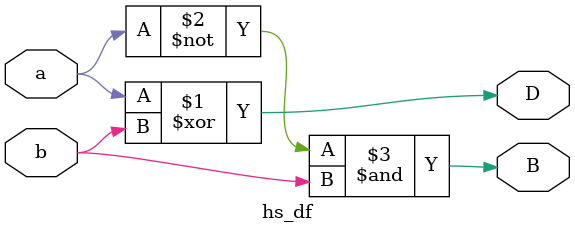
<source format=v>
module hs_df(input a,b,output D,B);
    assign D=a^b;
    assign B=~a&b;
endmodule

</source>
